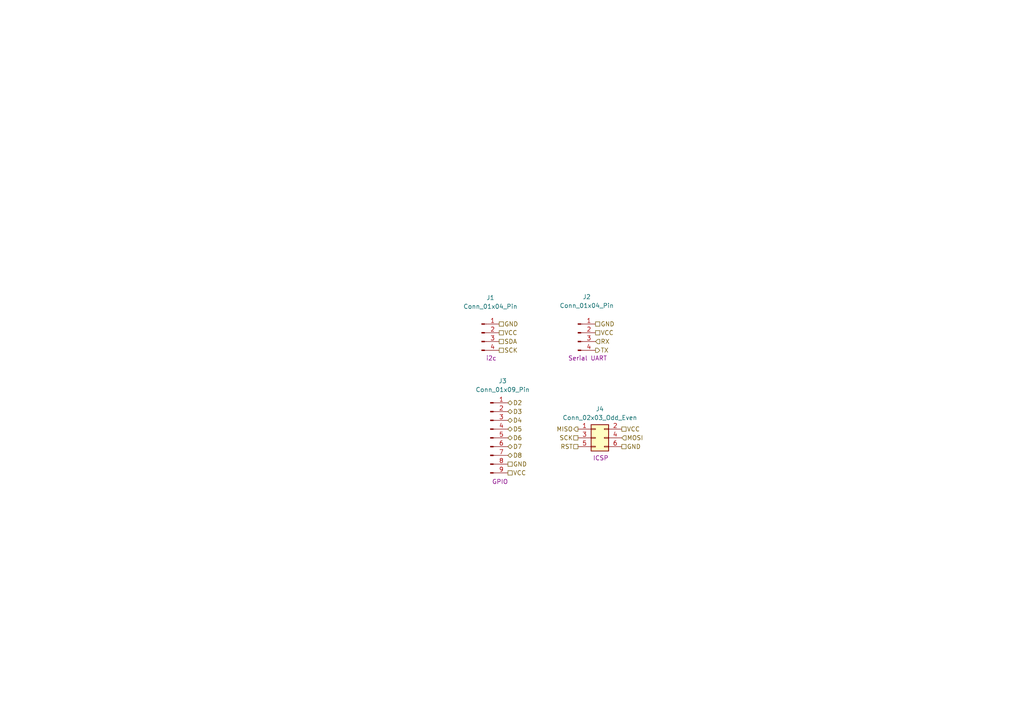
<source format=kicad_sch>
(kicad_sch (version 20231120) (generator "eeschema") (generator_version "8.0")
  (paper "A4")
  (lib_symbols
    (symbol "Connector:Conn_01x04_Pin" (pin_names (offset 1.016) hide)
      (property "Reference" "J" (at 0 5.08 0))
      (property "Value" "Conn_01x04_Pin" (at 0 -7.62 0))
      (symbol "Conn_01x04_Pin_1_1"
        (polyline (pts (xy 1.27 -5.08) (xy 0.8636 -5.08)) (stroke (width 0.1524)))
        (polyline (pts (xy 1.27 -2.54) (xy 0.8636 -2.54)) (stroke (width 0.1524)))
        (polyline (pts (xy 1.27 0) (xy 0.8636 0)) (stroke (width 0.1524)))
        (polyline (pts (xy 1.27 2.54) (xy 0.8636 2.54)) (stroke (width 0.1524)))
        (rectangle (start 0.8636 -4.953) (end 0 -5.207) (stroke (width 0.1524)) (fill (type outline)))
        (rectangle (start 0.8636 -2.413) (end 0 -2.667) (stroke (width 0.1524)) (fill (type outline)))
        (rectangle (start 0.8636 0.127) (end 0 -0.127) (stroke (width 0.1524)) (fill (type outline)))
        (rectangle (start 0.8636 2.667) (end 0 2.413) (stroke (width 0.1524)) (fill (type outline)))
        (pin passive line (at 5.08 2.54 180) (length 3.81) (name "Pin_1") (number "1"))
        (pin passive line (at 5.08 0 180) (length 3.81) (name "Pin_2") (number "2"))
        (pin passive line (at 5.08 -2.54 180) (length 3.81) (name "Pin_3") (number "3"))
        (pin passive line (at 5.08 -5.08 180) (length 3.81) (name "Pin_4") (number "4"))
      )
    )
    (symbol "Connector:Conn_01x09_Pin" (pin_names (offset 1.016) hide)
      (property "Reference" "J" (at 0 12.7 0))
      (property "Value" "Conn_01x09_Pin" (at 0 -12.7 0))
      (symbol "Conn_01x09_Pin_1_1"
        (polyline (pts (xy 1.27 -10.16) (xy 0.8636 -10.16)) (stroke (width 0.1524)))
        (polyline (pts (xy 1.27 -7.62) (xy 0.8636 -7.62)) (stroke (width 0.1524)))
        (polyline (pts (xy 1.27 -5.08) (xy 0.8636 -5.08)) (stroke (width 0.1524)))
        (polyline (pts (xy 1.27 -2.54) (xy 0.8636 -2.54)) (stroke (width 0.1524)))
        (polyline (pts (xy 1.27 0) (xy 0.8636 0)) (stroke (width 0.1524)))
        (polyline (pts (xy 1.27 2.54) (xy 0.8636 2.54)) (stroke (width 0.1524)))
        (polyline (pts (xy 1.27 5.08) (xy 0.8636 5.08)) (stroke (width 0.1524)))
        (polyline (pts (xy 1.27 7.62) (xy 0.8636 7.62)) (stroke (width 0.1524)))
        (polyline (pts (xy 1.27 10.16) (xy 0.8636 10.16)) (stroke (width 0.1524)))
        (rectangle (start 0.8636 -10.033) (end 0 -10.287) (stroke (width 0.1524)) (fill (type outline)))
        (rectangle (start 0.8636 -7.493) (end 0 -7.747) (stroke (width 0.1524)) (fill (type outline)))
        (rectangle (start 0.8636 -4.953) (end 0 -5.207) (stroke (width 0.1524)) (fill (type outline)))
        (rectangle (start 0.8636 -2.413) (end 0 -2.667) (stroke (width 0.1524)) (fill (type outline)))
        (rectangle (start 0.8636 0.127) (end 0 -0.127) (stroke (width 0.1524)) (fill (type outline)))
        (rectangle (start 0.8636 2.667) (end 0 2.413) (stroke (width 0.1524)) (fill (type outline)))
        (rectangle (start 0.8636 5.207) (end 0 4.953) (stroke (width 0.1524)) (fill (type outline)))
        (rectangle (start 0.8636 7.747) (end 0 7.493) (stroke (width 0.1524)) (fill (type outline)))
        (rectangle (start 0.8636 10.287) (end 0 10.033) (stroke (width 0.1524)) (fill (type outline)))
        (pin passive line (at 5.08 10.16 180) (length 3.81) (name "Pin_1") (number "1"))
        (pin passive line (at 5.08 7.62 180) (length 3.81) (name "Pin_2") (number "2"))
        (pin passive line (at 5.08 5.08 180) (length 3.81) (name "Pin_3") (number "3"))
        (pin passive line (at 5.08 2.54 180) (length 3.81) (name "Pin_4") (number "4"))
        (pin passive line (at 5.08 0 180) (length 3.81) (name "Pin_5") (number "5"))
        (pin passive line (at 5.08 -2.54 180) (length 3.81) (name "Pin_6") (number "6"))
        (pin passive line (at 5.08 -5.08 180) (length 3.81) (name "Pin_7") (number "7"))
        (pin passive line (at 5.08 -7.62 180) (length 3.81) (name "Pin_8") (number "8"))
        (pin passive line (at 5.08 -10.16 180) (length 3.81) (name "Pin_9") (number "9"))
      )
    )
    (symbol "Connector_Generic:Conn_02x03_Odd_Even" (pin_names (offset 1.016) hide)
      (property "Reference" "J" (at 1.27 5.08 0))
      (property "Value" "Conn_02x03_Odd_Even" (at 1.27 -5.08 0))
      (symbol "Conn_02x03_Odd_Even_1_1"
        (rectangle (start -1.27 -2.413) (end 0 -2.667) (stroke (width 0.1524)))
        (rectangle (start -1.27 0.127) (end 0 -0.127) (stroke (width 0.1524)))
        (rectangle (start -1.27 2.667) (end 0 2.413) (stroke (width 0.1524)))
        (rectangle (start -1.27 3.81) (end 3.81 -3.81) (stroke (width 0.254)) (fill (type background)))
        (rectangle (start 3.81 -2.413) (end 2.54 -2.667) (stroke (width 0.1524)))
        (rectangle (start 3.81 0.127) (end 2.54 -0.127) (stroke (width 0.1524)))
        (rectangle (start 3.81 2.667) (end 2.54 2.413) (stroke (width 0.1524)))
        (pin passive line (at -5.08 2.54 0) (length 3.81) (name "Pin_1") (number "1"))
        (pin passive line (at 7.62 2.54 180) (length 3.81) (name "Pin_2") (number "2"))
        (pin passive line (at -5.08 0 0) (length 3.81) (name "Pin_3") (number "3"))
        (pin passive line (at 7.62 0 180) (length 3.81) (name "Pin_4") (number "4"))
        (pin passive line (at -5.08 -2.54 0) (length 3.81) (name "Pin_5") (number "5"))
        (pin passive line (at 7.62 -2.54 180) (length 3.81) (name "Pin_6") (number "6"))
      )
    )
  )
  (hierarchical_label "SDA" (shape passive) (at 144.78 99.06 0))
  (hierarchical_label "D4" (shape bidirectional) (at 147.32 121.92 0))
  (hierarchical_label "D5" (shape bidirectional) (at 147.32 124.46 0))
  (hierarchical_label "RX" (shape input) (at 172.72 99.06 0))
  (hierarchical_label "GND" (shape passive) (at 180.34 129.54 0))
  (hierarchical_label "MISO" (shape output) (at 167.64 124.46 180))
  (hierarchical_label "D6" (shape bidirectional) (at 147.32 127 0))
  (hierarchical_label "VCC" (shape passive) (at 180.34 124.46 0))
  (hierarchical_label "GND" (shape passive) (at 144.78 93.98 0))
  (hierarchical_label "D8" (shape bidirectional) (at 147.32 132.08 0))
  (hierarchical_label "TX" (shape output) (at 172.72 101.6 0))
  (hierarchical_label "D7" (shape bidirectional) (at 147.32 129.54 0))
  (hierarchical_label "SCK" (shape passive) (at 144.78 101.6 0))
  (hierarchical_label "GND" (shape passive) (at 172.72 93.98 0))
  (hierarchical_label "VCC" (shape passive) (at 147.32 137.16 0))
  (hierarchical_label "VCC" (shape passive) (at 172.72 96.52 0))
  (hierarchical_label "MOSI" (shape input) (at 180.34 127 0))
  (hierarchical_label "GND" (shape passive) (at 147.32 134.62 0))
  (hierarchical_label "D3" (shape bidirectional) (at 147.32 119.38 0))
  (hierarchical_label "RST" (shape passive) (at 167.64 129.54 180))
  (hierarchical_label "VCC" (shape passive) (at 144.78 96.52 0))
  (hierarchical_label "D2" (shape bidirectional) (at 147.32 116.84 0))
  (hierarchical_label "SCK" (shape passive) (at 167.64 127 180))
  (symbol (lib_id "Connector:Conn_01x04_Pin") (at 167.64 96.52 0) (unit 1)
    (property "Reference" "J2" (at 170.18 86.106 0))
    (property "Value" "Conn_01x04_Pin" (at 170.18 88.646 0))
    (property "Footprint" "Connector_PinHeader_2.54mm:PinHeader_1x04_P2.54mm_Vertical" (effects (hide yes)))
    (property "Description" "Generic connector, single row, 01x04, script generated" (effects (hide yes)))
    (property "Purpose" "Serial UART" (at 170.434 103.886 0))
  )
  (symbol (lib_id "Connector:Conn_01x09_Pin") (at 142.24 127 0) (unit 1)
    (property "Reference" "J3" (at 145.796 110.49 0))
    (property "Value" "Conn_01x09_Pin" (at 145.796 113.03 0))
    (property "Footprint" "Connector_PinHeader_2.54mm:PinHeader_1x09_P2.54mm_Vertical" (effects (hide yes)))
    (property "Description" "Generic connector, single row, 01x09, script generated" (effects (hide yes)))
    (property "Purpose" "GPIO" (at 145.034 139.7 0))
  )
  (symbol (lib_id "Connector:Conn_01x04_Pin") (at 139.7 96.52 0) (unit 1)
    (property "Reference" "J1" (at 142.24 86.36 0))
    (property "Value" "Conn_01x04_Pin" (at 142.24 88.9 0))
    (property "Footprint" "Connector_PinHeader_2.54mm:PinHeader_1x04_P2.54mm_Vertical" (effects (hide yes)))
    (property "Description" "Generic connector, single row, 01x04, script generated" (effects (hide yes)))
    (property "Purpose" "i2c" (at 142.494 103.886 0))
  )
  (symbol (lib_id "Connector_Generic:Conn_02x03_Odd_Even") (at 172.72 127 0) (unit 1)
    (property "Reference" "J4" (at 173.99 118.618 0))
    (property "Value" "Conn_02x03_Odd_Even" (at 173.99 121.158 0))
    (property "Footprint" "Connector_PinHeader_2.54mm:PinHeader_2x03_P2.54mm_Vertical" (effects (hide yes)))
    (property "Description" "Generic connector, double row, 02x03, odd/even pin numbering scheme (row 1 odd numbers, row 2 even numbers), script generated (kicad-library-utils/schlib/autogen/connector/)" (effects (hide yes)))
    (property "Purpose" "ICSP" (at 174.244 132.842 0))
  )
)
</source>
